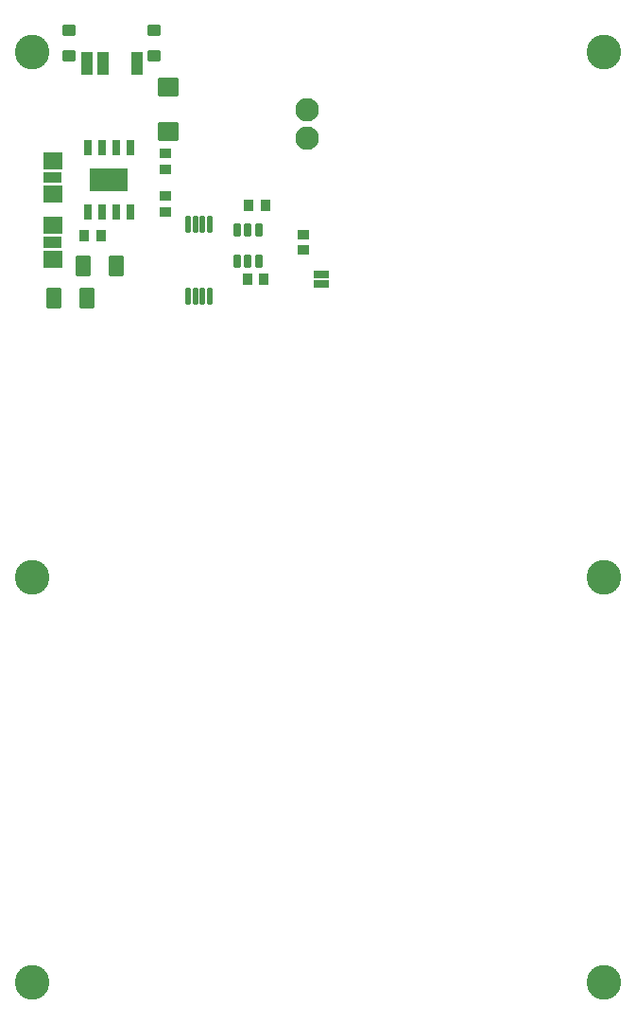
<source format=gts>
G04 Layer: TopSolderMaskLayer*
G04 EasyEDA v6.5.23, 2023-05-11 23:14:51*
G04 9144401c2488441e8b95ca08e647d0b0,10*
G04 Gerber Generator version 0.2*
G04 Scale: 100 percent, Rotated: No, Reflected: No *
G04 Dimensions in millimeters *
G04 leading zeros omitted , absolute positions ,4 integer and 5 decimal *
%FSLAX45Y45*%
%MOMM*%

%AMMACRO1*1,1,$1,$2,$3*1,1,$1,$4,$5*1,1,$1,0-$2,0-$3*1,1,$1,0-$4,0-$5*20,1,$1,$2,$3,$4,$5,0*20,1,$1,$4,$5,0-$2,0-$3,0*20,1,$1,0-$2,0-$3,0-$4,0-$5,0*20,1,$1,0-$4,0-$5,$2,$3,0*4,1,4,$2,$3,$4,$5,0-$2,0-$3,0-$4,0-$5,$2,$3,0*%
%ADD10MACRO1,0.1016X0.45X-1X-0.45X-1*%
%ADD11MACRO1,0.1016X0.55X-0.465X-0.55X-0.465*%
%ADD12MACRO1,0.1016X-0.55X0.465X0.55X0.465*%
%ADD13MACRO1,0.1016X-0.6038X-0.8505X-0.6038X0.8505*%
%ADD14MACRO1,0.1016X0.6038X-0.8505X0.6038X0.8505*%
%ADD15MACRO1,0.1016X-0.81X0.7425X0.81X0.7425*%
%ADD16MACRO1,0.1016X-0.81X-0.7425X0.81X-0.7425*%
%ADD17C,2.1016*%
%ADD18MACRO1,0.1016X-0.3X0.6X0.3X0.6*%
%ADD19MACRO1,0.1016X1.65X-1X-1.65X-1*%
%ADD20O,0.5015992X1.6015970000000002*%
%ADD21MACRO1,0.1016X0.275X0.5X0.275X-0.5*%
%ADD22MACRO1,0.1016X-0.45X-0.4X-0.45X0.4*%
%ADD23MACRO1,0.1016X0.45X0.4X0.45X-0.4*%
%ADD24MACRO1,0.1016X-0.4032X-0.432X-0.4032X0.432*%
%ADD25MACRO1,0.1016X0.4032X-0.432X0.4032X0.432*%
%ADD26MACRO1,0.1016X0.635X0.3175X0.635X-0.3175*%
%ADD27MACRO1,0.1016X-0.635X-0.3175X-0.635X0.3175*%
%ADD28MACRO1,0.1016X-0.85X-0.8X-0.85X0.8*%
%ADD29MACRO1,0.1016X0.4032X0.432X0.4032X-0.432*%
%ADD30MACRO1,0.1016X-0.4032X0.432X-0.4032X-0.432*%
%ADD31C,3.1016*%

%LPD*%
D10*
G01*
X1175006Y-339069D03*
G01*
X875005Y-339069D03*
G01*
X725018Y-339069D03*
D11*
G01*
X570003Y-267924D03*
G01*
X570003Y-40924D03*
G01*
X1329997Y-40924D03*
D12*
G01*
X1329997Y-267924D03*
D13*
G01*
X987874Y-2149995D03*
D14*
G01*
X692122Y-2149995D03*
D13*
G01*
X727875Y-2439995D03*
D14*
G01*
X432122Y-2439995D03*
D15*
G01*
X419996Y-1509250D03*
D16*
G01*
X419996Y-1210749D03*
D15*
G01*
X419996Y-2089249D03*
D16*
G01*
X419996Y-1790748D03*
D17*
G01*
X2699283Y-757293D03*
G01*
X2699283Y-1011293D03*
D18*
G01*
X735888Y-1672429D03*
G01*
X862888Y-1672429D03*
G01*
X989888Y-1672429D03*
G01*
X1116888Y-1672429D03*
G01*
X1116888Y-1090769D03*
G01*
X989888Y-1090769D03*
G01*
X862888Y-1090769D03*
G01*
X735888Y-1090769D03*
D19*
G01*
X926390Y-1381599D03*
D20*
G01*
X1632483Y-2420028D03*
G01*
X1697507Y-2420028D03*
G01*
X1762531Y-2420028D03*
G01*
X1827555Y-2420028D03*
G01*
X1632483Y-1779948D03*
G01*
X1697507Y-1779948D03*
G01*
X1762531Y-1779948D03*
G01*
X1827555Y-1779948D03*
D21*
G01*
X2264999Y-2109998D03*
G01*
X2170003Y-2109998D03*
G01*
X2075007Y-2109998D03*
G01*
X2075007Y-1829988D03*
G01*
X2170003Y-1829988D03*
G01*
X2264999Y-1829988D03*
D22*
G01*
X1434388Y-1146500D03*
G01*
X1434388Y-1286499D03*
D23*
G01*
X1434388Y-1667499D03*
G01*
X1434388Y-1527500D03*
D22*
G01*
X2670098Y-1869892D03*
G01*
X2670098Y-2009891D03*
D24*
G01*
X855409Y-1879947D03*
D25*
G01*
X704759Y-1879947D03*
D24*
G01*
X2325307Y-1609945D03*
D25*
G01*
X2174657Y-1609945D03*
D26*
G01*
X2829994Y-2310635D03*
D27*
G01*
X2829994Y-2229355D03*
D28*
G01*
X1459997Y-945997D03*
G01*
X1459997Y-553999D03*
D29*
G01*
X2164751Y-2270091D03*
D30*
G01*
X2315401Y-2270091D03*
D31*
G01*
X240004Y-8559995D03*
G01*
X5359984Y-8559995D03*
G01*
X240004Y-4939987D03*
G01*
X5359984Y-4939987D03*
G01*
X5359984Y-239996D03*
G01*
X240004Y-239996D03*
G36*
X340004Y-1309997D02*
G01*
X499999Y-1309997D01*
X499999Y-1409997D01*
X340004Y-1409997D01*
G37*
G36*
X340004Y-1890006D02*
G01*
X499999Y-1890006D01*
X499999Y-1990006D01*
X340004Y-1990006D01*
G37*
M02*

</source>
